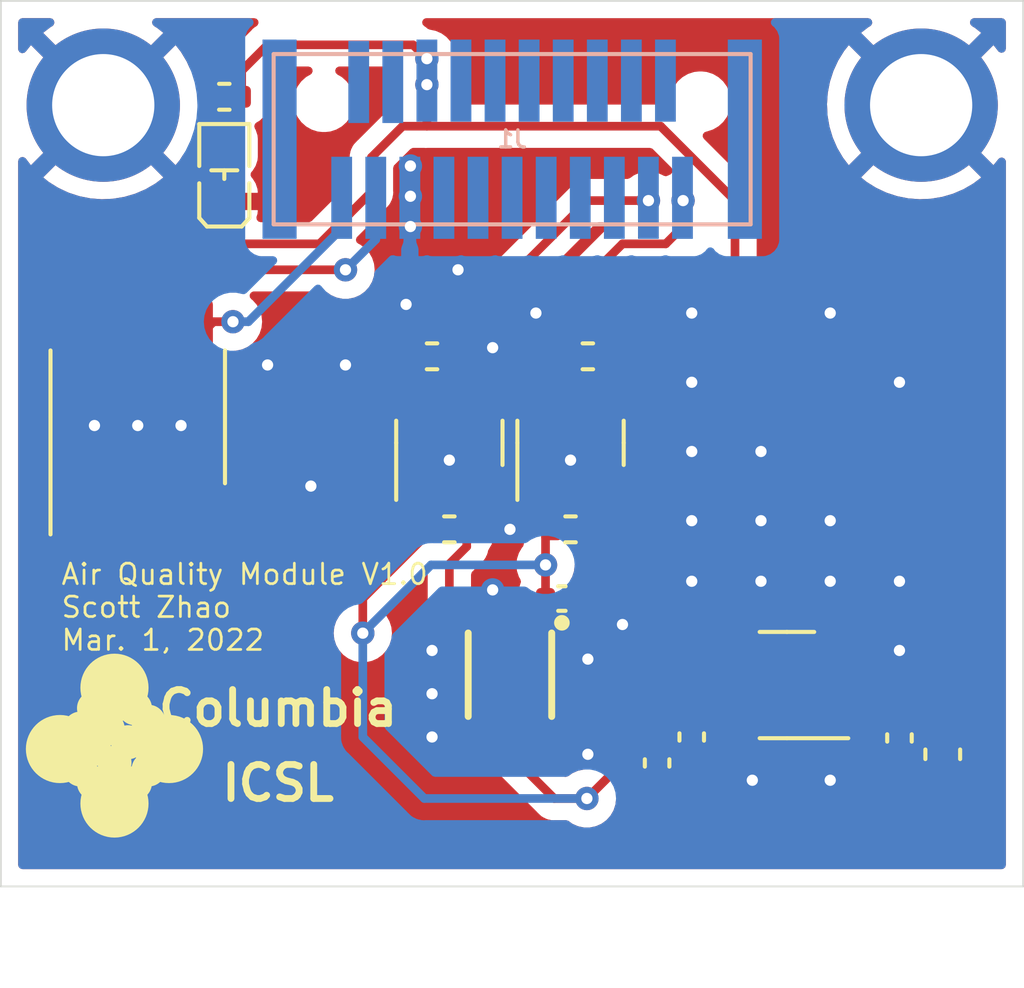
<source format=kicad_pcb>
(kicad_pcb (version 20211014) (generator pcbnew)
  (layers (0 "F.Cu" signal "Front") (1 "In1.Cu" signal) (2 "In2.Cu" signal) (31 "B.Cu" signal "Back") (34 "B.Paste" user) (35 "F.Paste" user) (36 "B.SilkS" user "B.Silkscreen") (37 "F.SilkS" user "F.Silkscreen") (38 "B.Mask" user) (39 "F.Mask" user) (44 "Edge.Cuts" user))
  (net 0 "")
  (net 1 "GND")
  (net 2 "Net-(D1-Pad2)")
  (net 3 "/3V3")
  (net 4 "/SDA_EEPROM")
  (net 5 "/~{RST}")
  (net 6 "/MISO")
  (net 7 "/MOSI")
  (net 8 "/SDA")
  (net 9 "/SCL")
  (net 10 "/SCL_EEPROM")
  (net 11 "/5V")
  (net 12 "/1V8")
  (net 13 "/TXD")
  (net 14 "/Status")
  (net 15 "/A0")
  (net 16 "/SDA_1V8")
  (net 17 "/RXD")
  (net 18 "/SCL_1V8")
  (net 22 "/A1")
  (net 25 "/SCK")
  (net 26 "/CS")
  (footprint "ICSL:M1502-B-2545-AL-TOP" (layer "F.Cu") (at 98.048 66.986)
    (fp_text reference "H1" hide)
    (fp_text value "GND" hide)
    (pad "1" thru_hole circle locked (at -3.048 -2.986) (size 4.5 4.5) (drill 3) (layers *.Cu *.Mask) (net 1 "GND"))
  )
  (footprint "ICSL:M1502-B-2545-AL-TOP" (layer "F.Cu") (at 119 64)
    (fp_text reference "H2" hide)
    (fp_text value "GND" hide)
    (pad "1" thru_hole circle locked (at 0 0) (size 4.5 4.5) (drill 3) (layers *.Cu *.Mask) (net 1 "GND"))
  )
  (footprint "Resistor_SMD:R_0402_1005Metric" (layer "F.Cu") (at 108.712 76.454)
    (fp_text reference "R3" hide)
    (fp_text value "R_0402_10K")
    (fp_line (start -0.153641 -0.38) (end 0.153641 -0.38) (layer "F.SilkS") (width 0.12))
    (fp_line (start -0.153641 0.38) (end 0.153641 0.38) (layer "F.SilkS") (width 0.12))
    (pad "1" smd roundrect locked (at -0.51 0) (size 0.54 0.64) (layers "F.Cu" "F.Paste" "F.Mask") (net 12 "/1V8"))
    (pad "2" smd roundrect locked (at 0.51 0) (size 0.54 0.64) (layers "F.Cu" "F.Paste" "F.Mask") (net 18 "/SCL_1V8"))
  )
  (footprint "jlcsmt:SGP30" (layer "F.Cu") (at 106.934 80.772 180)
    (fp_text reference "U1" hide)
    (fp_text value "AirQuality_SGP30" hide)
    (fp_line (start 1.225 -1.175) (end 1.225 1.275) (layer "F.SilkS") (width 0.2032))
    (fp_line (start -1.225 1.275) (end -1.225 -1.175) (layer "F.SilkS") (width 0.2032))
    (fp_circle (center -1.524 1.574) (end -1.397 1.574) (layer "F.SilkS") (width 0.2032) (fill solid))
    (pad "1" smd rect (at -0.8 1.2 270) (size 0.6 0.4) (layers "F.Cu" "F.Mask") (net 12 "/1V8"))
    (pad "2" smd rect (at 0 1.2 270) (size 0.6 0.4) (layers "F.Cu" "F.Mask") (net 1 "GND"))
    (pad "3" smd rect (at 0.8 1.2 270) (size 0.6 0.4) (layers "F.Cu" "F.Mask") (net 16 "/SDA_1V8"))
    (pad "4" smd rect (at 0.8 -1.1 270) (size 0.6 0.4) (layers "F.Cu" "F.Mask") (net 1 "GND"))
    (pad "5" smd rect (at 0 -1.1 270) (size 0.6 0.4) (layers "F.Cu" "F.Mask") (net 12 "/1V8"))
    (pad "6" smd rect (at -0.8 -1.1 270) (size 0.6 0.4) (layers "F.Cu" "F.Mask") (net 18 "/SCL_1V8"))
    (pad "7" smd custom (at 0 0.05 270) (size 0.6096 0.3048) (layers "F.Cu") (net 1 "GND") (options (clearance outline) (anchor rect)) (primitives (gr_poly (pts (xy 0.625 0.85) (xy -0.625 0.85) (xy -0.625 -0.575) (xy -0.35 -0.85) (xy 0.625 -0.85)) (width 0.0001) (fill yes))))
  )
  (footprint "Resistor_SMD:R_0402_1005Metric" (layer "F.Cu") (at 109.22 71.374 180)
    (fp_text reference "R5" hide)
    (fp_text value "R_0402_10K")
    (fp_line (start -0.153641 -0.38) (end 0.153641 -0.38) (layer "F.SilkS") (width 0.12))
    (fp_line (start -0.153641 0.38) (end 0.153641 0.38) (layer "F.SilkS") (width 0.12))
    (pad "1" smd roundrect locked (at -0.51 0 180) (size 0.54 0.64) (layers "F.Cu" "F.Paste" "F.Mask") (net 3 "/3V3"))
    (pad "2" smd roundrect locked (at 0.51 0 180) (size 0.54 0.64) (layers "F.Cu" "F.Paste" "F.Mask") (net 9 "/SCL"))
  )
  (footprint "Resistor_SMD:R_0402_1005Metric" (layer "F.Cu") (at 98.552 63.754 180)
    (fp_text reference "R1" hide)
    (fp_text value "R_0402_10K")
    (fp_line (start -0.153641 -0.38) (end 0.153641 -0.38) (layer "F.SilkS") (width 0.12))
    (fp_line (start -0.153641 0.38) (end 0.153641 0.38) (layer "F.SilkS") (width 0.12))
    (pad "1" smd roundrect locked (at -0.51 0 180) (size 0.54 0.64) (layers "F.Cu" "F.Paste" "F.Mask") (net 3 "/3V3"))
    (pad "2" smd roundrect locked (at 0.51 0 180) (size 0.54 0.64) (layers "F.Cu" "F.Paste" "F.Mask") (net 2 "Net-(D1-Pad2)"))
  )
  (footprint "Resistor_SMD:R_0402_1005Metric" (layer "F.Cu") (at 104.648 71.374)
    (fp_text reference "R4" hide)
    (fp_text value "R_0402_10K")
    (fp_line (start -0.153641 0.38) (end 0.153641 0.38) (layer "F.SilkS") (width 0.12))
    (fp_line (start -0.153641 -0.38) (end 0.153641 -0.38) (layer "F.SilkS") (width 0.12))
    (pad "1" smd roundrect locked (at -0.51 0) (size 0.54 0.64) (layers "F.Cu" "F.Paste" "F.Mask") (net 3 "/3V3"))
    (pad "2" smd roundrect locked (at 0.51 0) (size 0.54 0.64) (layers "F.Cu" "F.Paste" "F.Mask") (net 8 "/SDA"))
  )
  (footprint "Capacitor_SMD:C_0402_1005Metric" (layer "F.Cu") (at 112.268 82.55 -90)
    (fp_text reference "C5" hide)
    (fp_text value "C_0402_0.1uF_16V")
    (fp_line (start -0.107836 0.36) (end 0.107836 0.36) (layer "F.SilkS") (width 0.12))
    (fp_line (start -0.107836 -0.36) (end 0.107836 -0.36) (layer "F.SilkS") (width 0.12))
    (pad "1" smd roundrect locked (at -0.48 0 270) (size 0.56 0.62) (layers "F.Cu" "F.Paste" "F.Mask") (net 12 "/1V8"))
    (pad "2" smd roundrect locked (at 0.48 0 270) (size 0.56 0.62) (layers "F.Cu" "F.Paste" "F.Mask") (net 1 "GND"))
  )
  (footprint "Resistor_SMD:R_0402_1005Metric" (layer "F.Cu") (at 105.156 76.454)
    (fp_text reference "R2" hide)
    (fp_text value "R_0402_10K")
    (fp_line (start -0.153641 0.38) (end 0.153641 0.38) (layer "F.SilkS") (width 0.12))
    (fp_line (start -0.153641 -0.38) (end 0.153641 -0.38) (layer "F.SilkS") (width 0.12))
    (pad "1" smd roundrect locked (at -0.51 0) (size 0.54 0.64) (layers "F.Cu" "F.Paste" "F.Mask") (net 12 "/1V8"))
    (pad "2" smd roundrect locked (at 0.51 0) (size 0.54 0.64) (layers "F.Cu" "F.Paste" "F.Mask") (net 16 "/SDA_1V8"))
  )
  (footprint "jlcsmt:SOIC-8_3.9x4.9mm_P1.27mm" (layer "F.Cu") (at 96.012 73.152)
    (fp_text reference "U4" hide)
    (fp_text value "EEPROM_M24C02-WMN6TP")
    (fp_line (start -2.56 0) (end -2.56 3.45) (layer "F.SilkS") (width 0.12))
    (fp_line (start 2.56 0) (end 2.56 -1.95) (layer "F.SilkS") (width 0.12))
    (fp_line (start -2.56 0) (end -2.56 -1.95) (layer "F.SilkS") (width 0.12))
    (fp_line (start 2.56 0) (end 2.56 1.95) (layer "F.SilkS") (width 0.12))
    (pad "1" smd roundrect (at -1.905 2.475 90) (size 1.95 0.6) (layers "F.Cu" "F.Paste" "F.Mask"))
    (pad "2" smd roundrect (at -0.635 2.475 90) (size 1.95 0.6) (layers "F.Cu" "F.Paste" "F.Mask"))
    (pad "3" smd roundrect (at 0.635 2.475 90) (size 1.95 0.6) (layers "F.Cu" "F.Paste" "F.Mask"))
    (pad "4" smd roundrect (at 1.905 2.475 90) (size 1.95 0.6) (layers "F.Cu" "F.Paste" "F.Mask") (net 1 "GND"))
    (pad "5" smd roundrect (at 1.905 -2.475 90) (size 1.95 0.6) (layers "F.Cu" "F.Paste" "F.Mask") (net 4 "/SDA_EEPROM"))
    (pad "6" smd roundrect (at 0.635 -2.475 90) (size 1.95 0.6) (layers "F.Cu" "F.Paste" "F.Mask") (net 10 "/SCL_EEPROM"))
    (pad "7" smd roundrect (at -0.635 -2.475 90) (size 1.95 0.6) (layers "F.Cu" "F.Paste" "F.Mask"))
    (pad "8" smd roundrect (at -1.905 -2.475 90) (size 1.95 0.6) (layers "F.Cu" "F.Paste" "F.Mask") (net 3 "/3V3"))
  )
  (footprint "Capacitor_SMD:C_0402_1005Metric" (layer "F.Cu") (at 108.458 78.486)
    (fp_text reference "C2" hide)
    (fp_text value "C_0402_0.1uF_16V")
    (fp_line (start -0.107836 -0.36) (end 0.107836 -0.36) (layer "F.SilkS") (width 0.12))
    (fp_line (start -0.107836 0.36) (end 0.107836 0.36) (layer "F.SilkS") (width 0.12))
    (pad "1" smd roundrect locked (at -0.48 0) (size 0.56 0.62) (layers "F.Cu" "F.Paste" "F.Mask") (net 12 "/1V8"))
    (pad "2" smd roundrect locked (at 0.48 0) (size 0.56 0.62) (layers "F.Cu" "F.Paste" "F.Mask") (net 1 "GND"))
  )
  (footprint "ICSL:icsl_logo" (layer "F.Cu") (at 97.529001 82.704)
    (fp_text reference "U3" hide)
    (fp_text value "ICSL_LOGO" hide)
    (fp_text user "ICSL" (at 2.6 1.2) (layer "F.SilkS") (effects (font (thickness 0.2))))
    (fp_text user "Columbia" (at 2.6 -1) (layer "F.SilkS") (effects (font (thickness 0.2))))
    (fp_circle (center -1.6 1.2) (end -1.6 1.2) (layer "F.SilkS") (width 0.5) (fill none))
    (fp_circle (center -2.8 1.2) (end -2.8 1.2) (layer "F.SilkS") (width 0.5) (fill none))
    (fp_circle (center -3.2 0.8) (end -3.2 0.8) (layer "F.SilkS") (width 0.5) (fill none))
    (fp_circle (center -1.2 0.8) (end -1.2 0.8) (layer "F.SilkS") (width 0.5) (fill none))
    (fp_circle (center -2.4 -0.4) (end -2.4 -0.4) (layer "F.SilkS") (width 0.5) (fill none))
    (fp_circle (center -1.6 -1) (end -1.6 -1) (layer "F.SilkS") (width 0.5) (fill none))
    (fp_circle (center -3.2 -0.4) (end -3.2 -0.4) (layer "F.SilkS") (width 0.5) (fill none))
    (fp_circle (center -3.8 0.2) (end -3.8 0.2) (layer "F.SilkS") (width 1) (fill none))
    (fp_circle (center -1.2 -0.6) (end -1.2 -0.6) (layer "F.SilkS") (width 0.5) (fill none))
    (fp_circle (center -0.6 0.2) (end -0.6 0.2) (layer "F.SilkS") (width 1) (fill none))
    (fp_circle (center -2.8 -1) (end -2.8 -1) (layer "F.SilkS") (width 0.5) (fill none))
    (fp_circle (center -2.2 0.6) (end -2.2 0.6) (layer "F.SilkS") (width 0.5) (fill none))
    (fp_circle (center -2.8 0.2) (end -2.8 0.2) (layer "F.SilkS") (width 0.5) (fill none))
    (fp_circle (center -2.2 1.8) (end -2.2 1.8) (layer "F.SilkS") (width 1) (fill none))
    (fp_circle (center -1.8 0) (end -1.8 0) (layer "F.SilkS") (width 0.5) (fill none))
    (fp_circle (center -2.2 -1.6) (end -2.2 -1.6) (layer "F.SilkS") (width 1) (fill none))
  )
  (footprint "Capacitor_SMD:C_0603_1608Metric" (layer "F.Cu") (at 119.634 83.058 -90)
    (fp_text reference "C1" hide)
    (fp_text value "C_0603_10uF_10V")
    (fp_line (start -0.14058 -0.51) (end 0.14058 -0.51) (layer "F.SilkS") (width 0.12))
    (fp_line (start -0.14058 0.51) (end 0.14058 0.51) (layer "F.SilkS") (width 0.12))
    (pad "1" smd roundrect locked (at -0.775 0 270) (size 0.9 0.95) (layers "F.Cu" "F.Paste" "F.Mask") (net 3 "/3V3"))
    (pad "2" smd roundrect locked (at 0.775 0 270) (size 0.9 0.95) (layers "F.Cu" "F.Paste" "F.Mask") (net 1 "GND"))
  )
  (footprint "jlcsmt:LED_0603_1608Metric" (layer "F.Cu") (at 98.552 66.04 90)
    (fp_text reference "D1" hide)
    (fp_text value "LED_0603_Red" hide)
    (fp_line (start -1.27 0.735) (end -1.524 0.508) (layer "F.SilkS") (width 0.12))
    (fp_line (start 0.127 0) (end -0.127 0) (layer "F.SilkS") (width 0.12))
    (fp_line (start 0.127 -0.381) (end 0.127 0.381) (layer "F.SilkS") (width 0.12))
    (fp_line (start 0.254 0.735) (end 1.485 0.735) (layer "F.SilkS") (width 0.12))
    (fp_line (start -0.254 -0.735) (end -1.27 -0.735) (layer "F.SilkS") (width 0.12))
    (fp_line (start 1.485 -0.735) (end 0.254 -0.735) (layer "F.SilkS") (width 0.12))
    (fp_line (start -1.524 -0.508) (end -1.27 -0.735) (layer "F.SilkS") (width 0.12))
    (fp_line (start -1.524 0.508) (end -1.524 -0.508) (layer "F.SilkS") (width 0.12))
    (fp_line (start -1.27 0.735) (end -0.254 0.735) (layer "F.SilkS") (width 0.12))
    (fp_line (start 1.485 0.735) (end 1.485 -0.735) (layer "F.SilkS") (width 0.12))
    (pad "1" smd roundrect (at -0.7875 0 270) (size 0.875 0.95) (layers "F.Cu" "F.Paste" "F.Mask") (net 1 "GND"))
    (pad "2" smd roundrect (at 0.7875 0 270) (size 0.875 0.95) (layers "F.Cu" "F.Paste" "F.Mask") (net 2 "Net-(D1-Pad2)"))
  )
  (footprint "jlcsmt:SOT-23-5" (layer "F.Cu") (at 115.062 81.026)
    (fp_text reference "U2" hide)
    (fp_text value "AP2127K-1.8")
    (fp_line (start 0 1.56) (end 1.8 1.56) (layer "F.SilkS") (width 0.12))
    (fp_line (start 0 1.56) (end -0.8 1.56) (layer "F.SilkS") (width 0.12))
    (fp_line (start 0 -1.56) (end -0.8 -1.56) (layer "F.SilkS") (width 0.12))
    (fp_line (start 0 -1.56) (end 0.8 -1.56) (layer "F.SilkS") (width 0.12))
    (pad "1" smd roundrect (at 1.1375 0.95 180) (size 1.325 0.6) (layers "F.Cu" "F.Paste" "F.Mask") (net 3 "/3V3"))
    (pad "2" smd roundrect (at 1.1375 0 180) (size 1.325 0.6) (layers "F.Cu" "F.Paste" "F.Mask") (net 1 "GND"))
    (pad "3" smd roundrect (at 1.1375 -0.95 180) (size 1.325 0.6) (layers "F.Cu" "F.Paste" "F.Mask") (net 3 "/3V3"))
    (pad "4" smd roundrect (at -1.1375 -0.95 180) (size 1.325 0.6) (layers "F.Cu" "F.Paste" "F.Mask"))
    (pad "5" smd roundrect (at -1.1375 0.95 180) (size 1.325 0.6) (layers "F.Cu" "F.Paste" "F.Mask") (net 12 "/1V8"))
  )
  (footprint "jlcsmt:SOT-23" (layer "F.Cu") (at 105.156 73.914 -90)
    (fp_text reference "Q1" hide)
    (fp_text value "NMOS_BSS138")
    (fp_line (start 0 1.56) (end -0.65 1.56) (layer "F.SilkS") (width 0.12))
    (fp_line (start 0 1.56) (end 1.675 1.56) (layer "F.SilkS") (width 0.12))
    (fp_line (start 0 -1.56) (end -0.65 -1.56) (layer "F.SilkS") (width 0.12))
    (fp_line (start 0 -1.56) (end 0.65 -1.56) (layer "F.SilkS") (width 0.12))
    (pad "1" smd roundrect (at 0.9375 0.95 90) (size 1.475 0.6) (layers "F.Cu" "F.Paste" "F.Mask") (net 12 "/1V8"))
    (pad "2" smd roundrect (at 0.9375 -0.95 90) (size 1.475 0.6) (layers "F.Cu" "F.Paste" "F.Mask") (net 16 "/SDA_1V8"))
    (pad "3" smd roundrect (at -0.9375 0 90) (size 1.475 0.6) (layers "F.Cu" "F.Paste" "F.Mask") (net 8 "/SDA"))
  )
  (footprint "Capacitor_SMD:C_0402_1005Metric" (layer "F.Cu") (at 111.252 83.312 -90)
    (fp_text reference "C4" hide)
    (fp_text value "C_0402_1uF_25V")
    (fp_line (start -0.107836 0.36) (end 0.107836 0.36) (layer "F.SilkS") (width 0.12))
    (fp_line (start -0.107836 -0.36) (end 0.107836 -0.36) (layer "F.SilkS") (width 0.12))
    (pad "1" smd roundrect locked (at -0.48 0 270) (size 0.56 0.62) (layers "F.Cu" "F.Paste" "F.Mask") (net 12 "/1V8"))
    (pad "2" smd roundrect locked (at 0.48 0 270) (size 0.56 0.62) (layers "F.Cu" "F.Paste" "F.Mask") (net 1 "GND"))
  )
  (footprint "Capacitor_SMD:C_0402_1005Metric" (layer "F.Cu") (at 118.364 82.578 -90)
    (fp_text reference "C3" hide)
    (fp_text value "C_0402_0.1uF_16V")
    (fp_line (start -0.107836 -0.36) (end 0.107836 -0.36) (layer "F.SilkS") (width 0.12))
    (fp_line (start -0.107836 0.36) (end 0.107836 0.36) (layer "F.SilkS") (width 0.12))
    (pad "1" smd roundrect locked (at -0.48 0 270) (size 0.56 0.62) (layers "F.Cu" "F.Paste" "F.Mask") (net 3 "/3V3"))
    (pad "2" smd roundrect locked (at 0.48 0 270) (size 0.56 0.62) (layers "F.Cu" "F.Paste" "F.Mask") (net 1 "GND"))
  )
  (footprint "jlcsmt:SOT-23" (layer "F.Cu") (at 108.712 73.914 -90)
    (fp_text reference "Q2" hide)
    (fp_text value "NMOS_BSS138")
    (fp_line (start 0 -1.56) (end 0.65 -1.56) (layer "F.SilkS") (width 0.12))
    (fp_line (start 0 -1.56) (end -0.65 -1.56) (layer "F.SilkS") (width 0.12))
    (fp_line (start 0 1.56) (end -0.65 1.56) (layer "F.SilkS") (width 0.12))
    (fp_line (start 0 1.56) (end 1.675 1.56) (layer "F.SilkS") (width 0.12))
    (pad "1" smd roundrect (at 0.9375 0.95 90) (size 1.475 0.6) (layers "F.Cu" "F.Paste" "F.Mask") (net 12 "/1V8"))
    (pad "2" smd roundrect (at 0.9375 -0.95 90) (size 1.475 0.6) (layers "F.Cu" "F.Paste" "F.Mask") (net 18 "/SCL_1V8"))
    (pad "3" smd roundrect (at -0.9375 0 90) (size 1.475 0.6) (layers "F.Cu" "F.Paste" "F.Mask") (net 9 "/SCL"))
  )
  (footprint "ICSL:Amphenol_91911-31321LF_PLUG" (layer "B.Cu") (at 107 65 180)
    (fp_text reference "J1" (at 0 0) (layer "B.SilkS") (effects (font (size 0.5 0.5) (thickness 0.1)) (justify mirror)))
    (fp_text value "Amphenol_91911-31321_plug" hide)
    (fp_line (start 7 -2.5) (end 7 2.5) (layer "B.SilkS") (width 0.12))
    (fp_line (start -6.9965 2.5) (end -6.9965 -2.5) (layer "B.SilkS") (width 0.12))
    (fp_line (start -6.9965 -2.5) (end 7 -2.5) (layer "B.SilkS") (width 0.12))
    (fp_line (start 7 2.5) (end -6.9965 2.5) (layer "B.SilkS") (width 0.12))
    (pad "" np_thru_hole circle locked (at 5.5245 1.1 180) (size 0.76 0.76) (drill 0.76) (layers *.Cu *.Mask))
    (pad "" np_thru_hole circle locked (at -5.5245 1.1 180) (size 0.76 0.76) (drill 0.76) (layers *.Cu *.Mask))
    (pad "" smd rect locked (at 6.8265 0 180) (size 1 5.85) (layers "B.Cu" "B.Paste" "B.Mask"))
    (pad "" smd rect locked (at -6.8265 0 180) (size 1 5.85) (layers "B.Cu" "B.Paste" "B.Mask"))
    (pad "1" smd rect locked (at 5.0035 -1.72 180) (size 0.61 2.41) (layers "B.Cu" "B.Paste" "B.Mask") (net 4 "/SDA_EEPROM"))
    (pad "2" smd rect locked (at 4.0035 -1.72 180) (size 0.61 2.41) (layers "B.Cu" "B.Paste" "B.Mask") (net 10 "/SCL_EEPROM"))
    (pad "3" smd rect locked (at 3.0035 -1.72 180) (size 0.61 2.41) (layers "B.Cu" "B.Paste" "B.Mask") (net 1 "GND"))
    (pad "4" smd rect locked (at 2.0035 -1.72 180) (size 0.61 2.41) (layers "B.Cu" "B.Paste" "B.Mask"))
    (pad "5" smd rect locked (at 1.0035 -1.72 180) (size 0.61 2.41) (layers "B.Cu" "B.Paste" "B.Mask") (net 5 "/~{RST}"))
    (pad "6" smd rect locked (at 0.0035 -1.72 180) (size 0.61 2.41) (layers "B.Cu" "B.Paste" "B.Mask") (net 25 "/SCK"))
    (pad "7" smd rect locked (at -0.9965 -1.72 180) (size 0.61 2.41) (layers "B.Cu" "B.Paste" "B.Mask") (net 6 "/MISO"))
    (pad "8" smd rect locked (at -1.9965 -1.72 180) (size 0.61 2.41) (layers "B.Cu" "B.Paste" "B.Mask") (net 7 "/MOSI"))
    (pad "9" smd rect locked (at -2.9965 -1.72 180) (size 0.61 2.41) (layers "B.Cu" "B.Paste" "B.Mask") (net 26 "/CS"))
    (pad "10" smd rect locked (at -3.9965 -1.72 180) (size 0.61 2.41) (layers "B.Cu" "B.Paste" "B.Mask") (net 8 "/SDA"))
    (pad "11" smd rect locked (at -4.9965 -1.72 180) (size 0.61 2.41) (layers "B.Cu" "B.Paste" "B.Mask") (net 9 "/SCL"))
    (pad "12" smd rect locked (at -4.4965 1.72 180) (size 0.61 2.41) (layers "B.Cu" "B.Paste" "B.Mask"))
    (pad "13" smd rect locked (at -3.4965 1.72 180) (size 0.61 2.41) (layers "B.Cu" "B.Paste" "B.Mask") (net 17 "/RXD"))
    (pad "14" smd rect locked (at -2.4965 1.72 180) (size 0.61 2.41) (layers "B.Cu" "B.Paste" "B.Mask") (net 13 "/TXD"))
    (pad "15" smd rect locked (at -1.4965 1.72 180) (size 0.61 2.41) (layers "B.Cu" "B.Paste" "B.Mask") (net 14 "/Status"))
    (pad "16" smd rect locked (at -0.4965 1.72 180) (size 0.61 2.41) (layers "B.Cu" "B.Paste" "B.Mask") (net 15 "/A0"))
    (pad "17" smd rect locked (at 0.5035 1.72 180) (size 0.61 2.41) (layers "B.Cu" "B.Paste" "B.Mask") (net 22 "/A1"))
    (pad "18" smd rect locked (at 1.5035 1.72 180) (size 0.61 2.41) (layers "B.Cu" "B.Paste" "B.Mask"))
    (pad "19" smd rect locked (at 2.5035 1.72 180) (size 0.61 2.41) (layers "B.Cu" "B.Paste" "B.Mask") (net 3 "/3V3"))
    (pad "20" smd rect locked (at 3.5035 1.68 180) (size 0.61 2.41) (layers "B.Cu" "B.Paste" "B.Mask"))
    (pad "21" smd rect locked (at 4.5035 1.68 180) (size 0.61 2.41) (layers "B.Cu" "B.Paste" "B.Mask") (net 11 "/5V"))
  )
  (gr_line (start 121.995 60.938) (end 91.995 60.938) (layer "Edge.Cuts") (width 0.05))
  (gr_line (start 91.995 60.938) (end 91.995 86.938) (layer "Edge.Cuts") (width 0.05))
  (gr_line (start 91.995 86.938) (end 121.995 86.938) (layer "Edge.Cuts") (width 0.05))
  (gr_line (start 121.995 86.938) (end 121.995 60.938) (layer "Edge.Cuts") (width 0.05))
  (gr_text "Air Quality Module V1.0\nScott Zhao\nMar. 1, 2022" (at 93.726 78.74) (layer "F.SilkS") (effects (font (size 0.6 0.6) (thickness 0.08)) (justify left)))
  (segment (start 106.134 81.872) (end 106.134 81.522) (width 0.254) (layer "F.Cu") (net 1))
  (segment (start 106.934 79.572) (end 106.934 80.722) (width 0.254) (layer "F.Cu") (net 1))
  (segment (start 106.134 81.522) (end 106.934 80.722) (width 0.254) (layer "F.Cu") (net 1))
  (via (at 114.046 83.82) (size 0.6858) (drill 0.3302) (layers "F.Cu" "B.Cu") (net 1))
  (via (at 103.886 69.85) (size 0.6858) (drill 0.3302) (layers "F.Cu" "B.Cu") (net 1))
  (via (at 96.012 73.406) (size 0.6858) (drill 0.3302) (layers "F.Cu" "B.Cu") (net 1))
  (via (at 114.3 74.168) (size 0.6858) (drill 0.3302) (layers "F.Cu" "B.Cu") (net 1))
  (via (at 106.426 71.12) (size 0.6858) (drill 0.3302) (layers "F.Cu" "B.Cu") (net 1))
  (via (at 102.108 71.628) (size 0.6858) (drill 0.3302) (layers "F.Cu" "B.Cu") (net 1))
  (via (at 118.364 72.136) (size 0.6858) (drill 0.3302) (layers "F.Cu" "B.Cu") (net 1))
  (via (at 118.364 80.01) (size 0.6858) (drill 0.3302) (layers "F.Cu" "B.Cu") (net 1))
  (via (at 112.268 70.104) (size 0.6858) (drill 0.3302) (layers "F.Cu" "B.Cu") (net 1))
  (via (at 114.3 76.2) (size 0.6858) (drill 0.3302) (layers "F.Cu" "B.Cu") (net 1))
  (via (at 109.22 83.058) (size 0.6858) (drill 0.3302) (layers "F.Cu" "B.Cu") (net 1))
  (via (at 105.156 74.422) (size 0.6858) (drill 0.3302) (layers "F.Cu" "B.Cu") (net 1))
  (via (at 104.013 66.675) (size 0.6858) (drill 0.3302) (layers "F.Cu" "B.Cu") (net 1))
  (via (at 106.934 76.454) (size 0.6858) (drill 0.3302) (layers "F.Cu" "B.Cu") (net 1))
  (via (at 104.648 80.01) (size 0.6858) (drill 0.3302) (layers "F.Cu" "B.Cu") (net 1))
  (via (at 112.268 74.168) (size 0.6858) (drill 0.3302) (layers "F.Cu" "B.Cu") (net 1))
  (via (at 104.648 81.28) (size 0.6858) (drill 0.3302) (layers "F.Cu" "B.Cu") (net 1))
  (via (at 116.332 70.104) (size 0.6858) (drill 0.3302) (layers "F.Cu" "B.Cu") (net 1))
  (via (at 112.268 72.136) (size 0.6858) (drill 0.3302) (layers "F.Cu" "B.Cu") (net 1))
  (via (at 106.426 78.232) (size 0.6858) (drill 0.3302) (layers "F.Cu" "B.Cu") (net 1))
  (via (at 104.013 67.564) (size 0.6858) (drill 0.3302) (layers "F.Cu" "B.Cu") (net 1))
  (via (at 99.822 71.628) (size 0.6858) (drill 0.3302) (layers "F.Cu" "B.Cu") (net 1))
  (via (at 105.41 68.834) (size 0.6858) (drill 0.3302) (layers "F.Cu" "B.Cu") (net 1))
  (via (at 97.282 73.406) (size 0.6858) (drill 0.3302) (layers "F.Cu" "B.Cu") (net 1))
  (via (at 112.268 76.2) (size 0.6858) (drill 0.3302) (layers "F.Cu" "B.Cu") (net 1))
  (via (at 112.268 77.978) (size 0.6858) (drill 0.3302) (layers "F.Cu" "B.Cu") (net 1))
  (via (at 94.742 73.406) (size 0.6858) (drill 0.3302) (layers "F.Cu" "B.Cu") (net 1))
  (via (at 116.332 83.82) (size 0.6858) (drill 0.3302) (layers "F.Cu" "B.Cu") (net 1))
  (via (at 116.332 77.978) (size 0.6858) (drill 0.3302) (layers "F.Cu" "B.Cu") (net 1))
  (via (at 116.332 76.2) (size 0.6858) (drill 0.3302) (layers "F.Cu" "B.Cu") (net 1))
  (via (at 104.648 82.55) (size 0.6858) (drill 0.3302) (layers "F.Cu" "B.Cu") (net 1))
  (via (at 108.712 74.422) (size 0.6858) (drill 0.3302) (layers "F.Cu" "B.Cu") (net 1))
  (via (at 110.236 79.248) (size 0.6858) (drill 0.3302) (layers "F.Cu" "B.Cu") (net 1))
  (via (at 107.696 70.104) (size 0.6858) (drill 0.3302) (layers "F.Cu" "B.Cu") (net 1))
  (via (at 118.364 77.978) (size 0.6858) (drill 0.3302) (layers "F.Cu" "B.Cu") (net 1))
  (via (at 101.092 75.184) (size 0.6858) (drill 0.3302) (layers "F.Cu" "B.Cu") (net 1))
  (via (at 109.22 80.264) (size 0.6858) (drill 0.3302) (layers "F.Cu" "B.Cu") (net 1))
  (via (at 114.3 77.978) (size 0.6858) (drill 0.3302) (layers "F.Cu" "B.Cu") (net 1))
  (via (at 104.013 65.786) (size 0.6858) (drill 0.3302) (layers "F.Cu" "B.Cu") (net 1))
  (segment (start 98.042 64.514) (end 98.042 63.754) (width 0.254) (layer "F.Cu") (net 2))
  (segment (start 98.552 65.024) (end 98.042 64.514) (width 0.254) (layer "F.Cu") (net 2))
  (segment (start 98.552 65.2525) (end 98.552 65.024) (width 0.254) (layer "F.Cu") (net 2))
  (segment (start 113.538 68.58) (end 113.538 70.612) (width 0.254) (layer "F.Cu") (net 3))
  (segment (start 103.7835 64.6185) (end 104.4965 64.6185) (width 0.254) (layer "F.Cu") (net 3))
  (segment (start 119.634 82.283) (end 118.549 82.283) (width 0.254) (layer "F.Cu") (net 3))
  (segment (start 115.504 80.076) (end 116.1995 80.076) (width 0.254) (layer "F.Cu") (net 3))
  (segment (start 94.107 71.755) (end 94.907589 72.555589) (width 0.254) (layer "F.Cu") (net 3))
  (segment (start 104.4965 62.6355) (end 104.091 62.23) (width 0.254) (layer "F.Cu") (net 3))
  (segment (start 119.634 76.708) (end 119.634 82.283) (width 0.254) (layer "F.Cu") (net 3))
  (segment (start 115.062 80.518) (end 115.504 80.076) (width 0.254) (layer "F.Cu") (net 3))
  (segment (start 101.346 68.072) (end 101.981 67.437) (width 0.254) (layer "F.Cu") (net 3))
  (segment (start 104.4965 64.1595) (end 104.4965 64.6185) (width 0.254) (layer "F.Cu") (net 3))
  (segment (start 109.728 71.372) (end 109.73 71.374) (width 0.254) (layer "F.Cu") (net 3))
  (segment (start 94.907589 72.555589) (end 102.956411 72.555589) (width 0.254) (layer "F.Cu") (net 3))
  (segment (start 102.87 66.548) (end 102.87 65.532) (width 0.254) (layer "F.Cu") (net 3))
  (segment (start 99.822 62.23) (end 99.062 62.99) (width 0.254) (layer "F.Cu") (net 3))
  (segment (start 111.3545 64.6185) (end 113.538 66.802) (width 0.254) (layer "F.Cu") (net 3))
  (segment (start 113.157 68.961) (end 111.125 68.961) (width 0.254) (layer "F.Cu") (net 3))
  (segment (start 104.4965 63.3975) (end 104.4965 62.6355) (width 0.254) (layer "F.Cu") (net 3))
  (segment (start 113.538 70.612) (end 119.634 76.708) (width 0.254) (layer "F.Cu") (net 3))
  (segment (start 115.504 81.976) (end 115.062 81.534) (width 0.254) (layer "F.Cu") (net 3))
  (segment (start 99.062 62.99) (end 99.062 63.754) (width 0.254) (layer "F.Cu") (net 3))
  (segment (start 118.364 82.098) (end 116.3215 82.098) (width 0.254) (layer "F.Cu") (net 3))
  (segment (start 102.956411 72.555589) (end 104.138 71.374) (width 0.254) (layer "F.Cu") (net 3))
  (segment (start 118.549 82.283) (end 118.364 82.098) (width 0.254) (layer "F.Cu") (net 3))
  (segment (start 104.4965 64.1595) (end 104.4965 63.3975) (width 0.254) (layer "F.Cu") (net 3))
  (segment (start 94.107 70.677) (end 94.107 70.401337) (width 0.254) (layer "F.Cu") (net 3))
  (segment (start 113.157 68.961) (end 113.538 68.58) (width 0.254) (layer "F.Cu") (net 3))
  (segment (start 113.538 66.802) (end 113.538 68.58) (width 0.254) (layer "F.Cu") (net 3))
  (segment (start 116.1995 81.976) (end 115.504 81.976) (width 0.254) (layer "F.Cu") (net 3))
  (segment (start 109.728 70.358) (end 109.728 71.372) (width 0.254) (layer "F.Cu") (net 3))
  (segment (start 104.091 62.23) (end 99.822 62.23) (width 0.254) (layer "F.Cu") (net 3))
  (segment (start 102.87 65.532) (end 103.7835 64.6185) (width 0.254) (layer "F.Cu") (net 3))
  (segment (start 94.107 70.677) (end 94.107 71.755) (width 0.254) (layer "F.Cu") (net 3))
  (segment (start 111.125 68.961) (end 109.728 70.358) (width 0.254) (layer "F.Cu") (net 3))
  (segment (start 96.436337 68.072) (end 101.346 68.072) (width 0.254) (layer "F.Cu") (net 3))
  (segment (start 102.235 67.183) (end 102.87 66.548) (width 0.254) (layer "F.Cu") (net 3))
  (segment (start 104.4965 64.6185) (end 111.3545 64.6185) (width 0.254) (layer "F.Cu") (net 3))
  (segment (start 116.3215 82.098) (end 116.1995 81.976) (width 0.254) (layer "F.Cu") (net 3))
  (segment (start 94.107 70.401337) (end 96.436337 68.072) (width 0.254) (layer "F.Cu") (net 3))
  (segment (start 115.062 81.534) (end 115.062 80.518) (width 0.254) (layer "F.Cu") (net 3))
  (segment (start 101.981 67.437) (end 102.235 67.183) (width 0.254) (layer "F.Cu") (net 3))
  (via (at 104.4965 63.3975) (size 0.6858) (drill 0.3302) (layers "F.Cu" "B.Cu") (net 3))
  (via (at 104.4965 62.6355) (size 0.6858) (drill 0.3302) (layers "F.Cu" "B.Cu") (net 3))
  (segment (start 98.806 70.358) (end 98.236 70.358) (width 0.254) (layer "F.Cu") (net 4))
  (segment (start 98.236 70.358) (end 97.917 70.677) (width 0.254) (layer "F.Cu") (net 4))
  (via (at 98.806 70.358) (size 0.6858) (drill 0.3302) (layers "F.Cu" "B.Cu") (net 4))
  (segment (start 101.9965 66.72) (end 101.9965 67.62) (width 0.254) (layer "B.Cu") (net 4))
  (segment (start 101.9965 67.62) (end 99.2585 70.358) (width 0.254) (layer "B.Cu") (net 4))
  (segment (start 99.2585 70.358) (end 98.806 70.358) (width 0.254) (layer "B.Cu") (net 4))
  (segment (start 109.22 66.802) (end 110.998 66.802) (width 0.254) (layer "F.Cu") (net 8))
  (segment (start 105.158 70.864) (end 109.22 66.802) (width 0.254) (layer "F.Cu") (net 8))
  (segment (start 105.156 71.376) (end 105.158 71.374) (width 0.254) (layer "F.Cu") (net 8))
  (segment (start 105.156 72.9765) (end 105.156 71.376) (width 0.254) (layer "F.Cu") (net 8))
  (segment (start 105.158 71.374) (end 105.158 70.864) (width 0.254) (layer "F.Cu") (net 8))
  (via (at 110.998 66.802) (size 0.6858) (drill 0.3302) (layers "F.Cu" "B.Cu") (net 8))
  (segment (start 108.712 72.9765) (end 108.712 71.376) (width 0.254) (layer "F.Cu") (net 9))
  (segment (start 110.236 68.072) (end 108.71 69.598) (width 0.254) (layer "F.Cu") (net 9))
  (segment (start 111.506 68.072) (end 110.236 68.072) (width 0.254) (layer "F.Cu") (net 9))
  (segment (start 112.014 67.564) (end 112.014 66.802) (width 0.254) (layer "F.Cu") (net 9))
  (segment (start 112.014 67.564) (end 111.506 68.072) (width 0.254) (layer "F.Cu") (net 9))
  (segment (start 108.712 71.376) (end 108.71 71.374) (width 0.254) (layer "F.Cu") (net 9))
  (segment (start 108.71 69.598) (end 108.71 71.374) (width 0.254) (layer "F.Cu") (net 9))
  (via (at 112.014 66.802) (size 0.6858) (drill 0.3302) (layers "F.Cu" "B.Cu") (net 9))
  (segment (start 97.282 68.834) (end 96.647 69.469) (width 0.254) (layer "F.Cu") (net 10))
  (segment (start 102.108 68.834) (end 97.282 68.834) (width 0.254) (layer "F.Cu") (net 10))
  (segment (start 96.647 69.469) (end 96.647 70.677) (width 0.254) (layer "F.Cu") (net 10))
  (via (at 102.108 68.834) (size 0.6858) (drill 0.3302) (layers "F.Cu" "B.Cu") (net 10))
  (segment (start 102.9965 67.9455) (end 102.108 68.834) (width 0.254) (layer "B.Cu") (net 10))
  (segment (start 102.9965 66.72) (end 102.9965 67.9455) (width 0.254) (layer "B.Cu") (net 10))
  (segment (start 111.252 82.832) (end 110.716 82.832) (width 0.254) (layer "F.Cu") (net 12))
  (segment (start 112.014 82.07) (end 111.252 82.832) (width 0.254) (layer "F.Cu") (net 12))
  (segment (start 112.362 81.976) (end 112.268 82.07) (width 0.254) (layer "F.Cu") (net 12))
  (segment (start 108.204 75.946) (end 108.204 76.452) (width 0.254) (layer "F.Cu") (net 12))
  (segment (start 107.762 75.504) (end 108.204 75.946) (width 0.254) (layer "F.Cu") (net 12))
  (segment (start 108.204 76.452) (end 108.202 76.454) (width 0.254) (layer "F.Cu") (net 12))
  (segment (start 104.206 74.8515) (end 104.206 75.758) (width 0.254) (layer "F.Cu") (net 12))
  (segment (start 107.978 78.486) (end 107.978 76.678) (width 0.254) (layer "F.Cu") (net 12))
  (segment (start 106.934 83.058) (end 106.934 81.872) (width 0.254) (layer "F.Cu") (net 12))
  (segment (start 108.232 84.356) (end 106.934 83.058) (width 0.254) (layer "F.Cu") (net 12))
  (segment (start 104.646 76.198) (end 104.646 76.454) (width 0.254) (layer "F.Cu") (net 12))
  (segment (start 107.762 74.8515) (end 107.762 75.504) (width 0.254) (layer "F.Cu") (net 12))
  (segment (start 102.616 78.484) (end 104.646 76.454) (width 0.254) (layer "F.Cu") (net 12))
  (segment (start 107.978 76.678) (end 108.202 76.454) (width 0.254) (layer "F.Cu") (net 12))
  (segment (start 107.734 79.572) (end 107.734 78.73) (width 0.254) (layer "F.Cu") (net 12))
  (segment (start 113.9245 81.976) (end 112.362 81.976) (width 0.254) (layer "F.Cu") (net 12))
  (segment (start 112.268 82.07) (end 112.014 82.07) (width 0.254) (layer "F.Cu") (net 12))
  (segment (start 102.616 79.502) (end 102.616 78.484) (width 0.254) (layer "F.Cu") (net 12))
  (segment (start 104.206 75.758) (end 104.646 76.198) (width 0.254) (layer "F.Cu") (net 12))
  (segment (start 110.716 82.832) (end 109.192 84.356) (width 0.254) (layer "F.Cu") (net 12))
  (segment (start 109.192 84.356) (end 108.232 84.356) (width 0.254) (layer "F.Cu") (net 12))
  (segment (start 107.734 78.73) (end 107.978 78.486) (width 0.254) (layer "F.Cu") (net 12))
  (via (at 107.978 77.498) (size 0.6858) (drill 0.3302) (layers "F.Cu" "B.Cu") (net 12))
  (via (at 109.192 84.356) (size 0.6858) (drill 0.3302) (layers "F.Cu" "B.Cu") (net 12))
  (via (at 102.616 79.502) (size 0.6858) (drill 0.3302) (layers "F.Cu" "B.Cu") (net 12))
  (segment (start 102.616 82.55) (end 104.422 84.356) (width 0.254) (layer "B.Cu") (net 12))
  (segment (start 104.422 84.356) (end 109.192 84.356) (width 0.254) (layer "B.Cu") (net 12))
  (segment (start 107.978 77.498) (end 104.62 77.498) (width 0.254) (layer "B.Cu") (net 12))
  (segment (start 104.62 77.498) (end 102.616 79.502) (width 0.254) (layer "B.Cu") (net 12))
  (segment (start 102.616 79.502) (end 102.616 82.55) (width 0.254) (layer "B.Cu") (net 12))
  (segment (start 105.666 76.96) (end 105.666 76.454) (width 0.254) (layer "F.Cu") (net 16))
  (segment (start 106.134 79.572) (end 105.48 79.572) (width 0.254) (layer "F.Cu") (net 16))
  (segment (start 105.666 76.198) (end 105.666 76.454) (width 0.254) (layer "F.Cu") (net 16))
  (segment (start 105.156 77.47) (end 105.666 76.96) (width 0.254) (layer "F.Cu") (net 16))
  (segment (start 106.106 74.8515) (end 106.106 75.758) (width 0.254) (layer "F.Cu") (net 16))
  (segment (start 105.48 79.572) (end 105.156 79.248) (width 0.254) (layer "F.Cu") (net 16))
  (segment (start 105.156 79.248) (end 105.156 77.47) (width 0.254) (layer "F.Cu") (net 16))
  (segment (start 106.106 75.758) (end 105.666 76.198) (width 0.254) (layer "F.Cu") (net 16))
  (segment (start 109.662 75.504) (end 109.22 75.946) (width 0.254) (layer "F.Cu") (net 18))
  (segment (start 110.406 81.872) (end 110.998 81.28) (width 0.254) (layer "F.Cu") (net 18))
  (segment (start 109.22 75.946) (end 109.22 76.452) (width 0.254) (layer "F.Cu") (net 18))
  (segment (start 109.662 74.8515) (end 109.662 75.504) (width 0.254) (layer "F.Cu") (net 18))
  (segment (start 110.998 81.28) (end 110.998 78.486) (width 0.254) (layer "F.Cu") (net 18))
  (segment (start 109.22 76.452) (end 109.222 76.454) (width 0.254) (layer "F.Cu") (net 18))
  (segment (start 109.222 76.71) (end 109.222 76.454) (width 0.254) (layer "F.Cu") (net 18))
  (segment (start 107.734 81.872) (end 110.406 81.872) (width 0.254) (layer "F.Cu") (net 18))
  (segment (start 110.998 78.486) (end 109.222 76.71) (width 0.254) (layer "F.Cu") (net 18))
  (zone (net 1) (net_name "GND") (layer "F.Cu") (priority 1) (connect_pads (clearance 0.508)) (min_thickness 0.254) (fill yes (thermal_gap 0.508) (thermal_bridge_width 0.508))
    (polygon (pts (xy 121.495 86.438) (xy 92.495 86.438) (xy 92.495 61.438) (xy 121.495 61.438)))
  )
  (zone (net 1) (net_name "GND") (layer "B.Cu") (priority 1) (connect_pads (clearance 0.508)) (min_thickness 0.254) (fill yes (thermal_gap 0.508) (thermal_bridge_width 0.508))
    (polygon (pts (xy 121.495 86.438) (xy 92.495 86.438) (xy 92.495 61.438) (xy 121.495 61.438)))
  )
)
</source>
